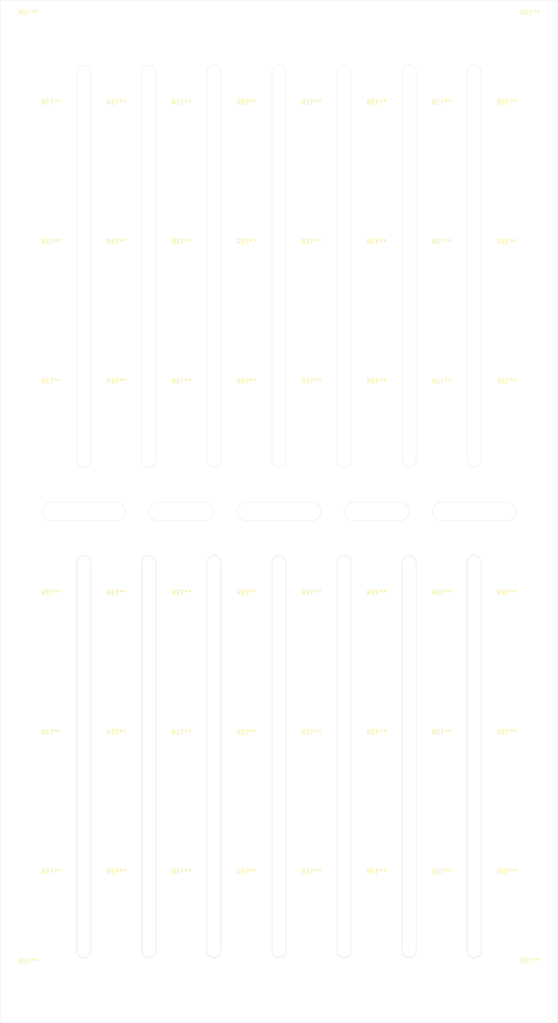
<source format=kicad_pcb>
(kicad_pcb (version 20171130) (host pcbnew "(5.1.2)-2")

  (general
    (thickness 1.6)
    (drawings 108)
    (tracks 0)
    (zones 0)
    (modules 52)
    (nets 1)
  )

  (page A3)
  (layers
    (0 F.Cu signal)
    (31 B.Cu signal hide)
    (32 B.Adhes user hide)
    (33 F.Adhes user hide)
    (34 B.Paste user hide)
    (35 F.Paste user hide)
    (36 B.SilkS user hide)
    (37 F.SilkS user hide)
    (38 B.Mask user hide)
    (39 F.Mask user hide)
    (40 Dwgs.User user hide)
    (41 Cmts.User user hide)
    (42 Eco1.User user hide)
    (43 Eco2.User user hide)
    (44 Edge.Cuts user)
    (45 Margin user hide)
    (46 B.CrtYd user hide)
    (47 F.CrtYd user)
    (48 B.Fab user hide)
    (49 F.Fab user hide)
  )

  (setup
    (last_trace_width 0.25)
    (trace_clearance 0.2)
    (zone_clearance 0.508)
    (zone_45_only no)
    (trace_min 0.2)
    (via_size 0.8)
    (via_drill 0.4)
    (via_min_size 0.4)
    (via_min_drill 0.3)
    (uvia_size 0.3)
    (uvia_drill 0.1)
    (uvias_allowed no)
    (uvia_min_size 0.2)
    (uvia_min_drill 0.1)
    (edge_width 0.05)
    (segment_width 0.2)
    (pcb_text_width 0.3)
    (pcb_text_size 1.5 1.5)
    (mod_edge_width 0.12)
    (mod_text_size 1 1)
    (mod_text_width 0.15)
    (pad_size 1.524 1.524)
    (pad_drill 0.762)
    (pad_to_mask_clearance 0.051)
    (solder_mask_min_width 0.25)
    (aux_axis_origin 0 0)
    (grid_origin 78 107.25)
    (visible_elements FFFFFF7F)
    (pcbplotparams
      (layerselection 0x010fc_ffffffff)
      (usegerberextensions false)
      (usegerberattributes false)
      (usegerberadvancedattributes false)
      (creategerberjobfile false)
      (excludeedgelayer true)
      (linewidth 0.100000)
      (plotframeref false)
      (viasonmask false)
      (mode 1)
      (useauxorigin false)
      (hpglpennumber 1)
      (hpglpenspeed 20)
      (hpglpendiameter 15.000000)
      (psnegative false)
      (psa4output false)
      (plotreference true)
      (plotvalue true)
      (plotinvisibletext false)
      (padsonsilk false)
      (subtractmaskfromsilk false)
      (outputformat 1)
      (mirror false)
      (drillshape 1)
      (scaleselection 1)
      (outputdirectory ""))
  )

  (net 0 "")

  (net_class Default "This is the default net class."
    (clearance 0.2)
    (trace_width 0.25)
    (via_dia 0.8)
    (via_drill 0.4)
    (uvia_dia 0.3)
    (uvia_drill 0.1)
  )

  (module MountingHole:MountingHole_4.3mm_M4 (layer F.Cu) (tedit 56D1B4CB) (tstamp 5DB82942)
    (at 71 212.75)
    (descr "Mounting Hole 4.3mm, no annular, M4")
    (tags "mounting hole 4.3mm no annular m4")
    (attr virtual)
    (fp_text reference REF** (at 0 -5.3) (layer F.SilkS)
      (effects (font (size 1 1) (thickness 0.15)))
    )
    (fp_text value MountingHole_4.3mm_M4 (at 0 5.3) (layer F.Fab)
      (effects (font (size 1 1) (thickness 0.15)))
    )
    (fp_text user %R (at 0.3 0) (layer F.Fab)
      (effects (font (size 1 1) (thickness 0.15)))
    )
    (fp_circle (center 0 0) (end 4.3 0) (layer Cmts.User) (width 0.15))
    (fp_circle (center 0 0) (end 4.55 0) (layer F.CrtYd) (width 0.05))
    (pad 1 np_thru_hole circle (at 0 0) (size 4.3 4.3) (drill 4.3) (layers *.Cu *.Mask))
  )

  (module MountingHole:MountingHole_4.3mm_M4 (layer F.Cu) (tedit 56D1B4CB) (tstamp 5DB8293B)
    (at 99 242.75)
    (descr "Mounting Hole 4.3mm, no annular, M4")
    (tags "mounting hole 4.3mm no annular m4")
    (attr virtual)
    (fp_text reference REF** (at 0 -5.3) (layer F.SilkS)
      (effects (font (size 1 1) (thickness 0.15)))
    )
    (fp_text value MountingHole_4.3mm_M4 (at 0 5.3) (layer F.Fab)
      (effects (font (size 1 1) (thickness 0.15)))
    )
    (fp_text user %R (at 0.3 0) (layer F.Fab)
      (effects (font (size 1 1) (thickness 0.15)))
    )
    (fp_circle (center 0 0) (end 4.3 0) (layer Cmts.User) (width 0.15))
    (fp_circle (center 0 0) (end 4.55 0) (layer F.CrtYd) (width 0.05))
    (pad 1 np_thru_hole circle (at 0 0) (size 4.3 4.3) (drill 4.3) (layers *.Cu *.Mask))
  )

  (module MountingHole:MountingHole_4.3mm_M4 (layer F.Cu) (tedit 56D1B4CB) (tstamp 5DB82934)
    (at 113 182.75)
    (descr "Mounting Hole 4.3mm, no annular, M4")
    (tags "mounting hole 4.3mm no annular m4")
    (attr virtual)
    (fp_text reference REF** (at 0 -5.3) (layer F.SilkS)
      (effects (font (size 1 1) (thickness 0.15)))
    )
    (fp_text value MountingHole_4.3mm_M4 (at 0 5.3) (layer F.Fab)
      (effects (font (size 1 1) (thickness 0.15)))
    )
    (fp_circle (center 0 0) (end 4.55 0) (layer F.CrtYd) (width 0.05))
    (fp_circle (center 0 0) (end 4.3 0) (layer Cmts.User) (width 0.15))
    (fp_text user %R (at 0.3 0) (layer F.Fab)
      (effects (font (size 1 1) (thickness 0.15)))
    )
    (pad 1 np_thru_hole circle (at 0 0) (size 4.3 4.3) (drill 4.3) (layers *.Cu *.Mask))
  )

  (module MountingHole:MountingHole_4.3mm_M4 (layer F.Cu) (tedit 56D1B4CB) (tstamp 5DB8292D)
    (at 141 182.75)
    (descr "Mounting Hole 4.3mm, no annular, M4")
    (tags "mounting hole 4.3mm no annular m4")
    (attr virtual)
    (fp_text reference REF** (at 0 -5.3) (layer F.SilkS)
      (effects (font (size 1 1) (thickness 0.15)))
    )
    (fp_text value MountingHole_4.3mm_M4 (at 0 5.3) (layer F.Fab)
      (effects (font (size 1 1) (thickness 0.15)))
    )
    (fp_circle (center 0 0) (end 4.55 0) (layer F.CrtYd) (width 0.05))
    (fp_circle (center 0 0) (end 4.3 0) (layer Cmts.User) (width 0.15))
    (fp_text user %R (at 0.3 0) (layer F.Fab)
      (effects (font (size 1 1) (thickness 0.15)))
    )
    (pad 1 np_thru_hole circle (at 0 0) (size 4.3 4.3) (drill 4.3) (layers *.Cu *.Mask))
  )

  (module MountingHole:MountingHole_4.3mm_M4 (layer F.Cu) (tedit 56D1B4CB) (tstamp 5DB82926)
    (at 169 182.75)
    (descr "Mounting Hole 4.3mm, no annular, M4")
    (tags "mounting hole 4.3mm no annular m4")
    (attr virtual)
    (fp_text reference REF** (at 0 -5.3) (layer F.SilkS)
      (effects (font (size 1 1) (thickness 0.15)))
    )
    (fp_text value MountingHole_4.3mm_M4 (at 0 5.3) (layer F.Fab)
      (effects (font (size 1 1) (thickness 0.15)))
    )
    (fp_circle (center 0 0) (end 4.55 0) (layer F.CrtYd) (width 0.05))
    (fp_circle (center 0 0) (end 4.3 0) (layer Cmts.User) (width 0.15))
    (fp_text user %R (at 0.3 0) (layer F.Fab)
      (effects (font (size 1 1) (thickness 0.15)))
    )
    (pad 1 np_thru_hole circle (at 0 0) (size 4.3 4.3) (drill 4.3) (layers *.Cu *.Mask))
  )

  (module MountingHole:MountingHole_4.3mm_M4 (layer F.Cu) (tedit 56D1B4CB) (tstamp 5DB8291F)
    (at 127 182.75)
    (descr "Mounting Hole 4.3mm, no annular, M4")
    (tags "mounting hole 4.3mm no annular m4")
    (attr virtual)
    (fp_text reference REF** (at 0 -5.3) (layer F.SilkS)
      (effects (font (size 1 1) (thickness 0.15)))
    )
    (fp_text value MountingHole_4.3mm_M4 (at 0 5.3) (layer F.Fab)
      (effects (font (size 1 1) (thickness 0.15)))
    )
    (fp_circle (center 0 0) (end 4.55 0) (layer F.CrtYd) (width 0.05))
    (fp_circle (center 0 0) (end 4.3 0) (layer Cmts.User) (width 0.15))
    (fp_text user %R (at 0.3 0) (layer F.Fab)
      (effects (font (size 1 1) (thickness 0.15)))
    )
    (pad 1 np_thru_hole circle (at 0 0) (size 4.3 4.3) (drill 4.3) (layers *.Cu *.Mask))
  )

  (module MountingHole:MountingHole_4.3mm_M4 (layer F.Cu) (tedit 56D1B4CB) (tstamp 5DB82918)
    (at 99 182.75)
    (descr "Mounting Hole 4.3mm, no annular, M4")
    (tags "mounting hole 4.3mm no annular m4")
    (attr virtual)
    (fp_text reference REF** (at 0 -5.3) (layer F.SilkS)
      (effects (font (size 1 1) (thickness 0.15)))
    )
    (fp_text value MountingHole_4.3mm_M4 (at 0 5.3) (layer F.Fab)
      (effects (font (size 1 1) (thickness 0.15)))
    )
    (fp_circle (center 0 0) (end 4.55 0) (layer F.CrtYd) (width 0.05))
    (fp_circle (center 0 0) (end 4.3 0) (layer Cmts.User) (width 0.15))
    (fp_text user %R (at 0.3 0) (layer F.Fab)
      (effects (font (size 1 1) (thickness 0.15)))
    )
    (pad 1 np_thru_hole circle (at 0 0) (size 4.3 4.3) (drill 4.3) (layers *.Cu *.Mask))
  )

  (module MountingHole:MountingHole_4.3mm_M4 (layer F.Cu) (tedit 56D1B4CB) (tstamp 5DB82911)
    (at 85 182.75)
    (descr "Mounting Hole 4.3mm, no annular, M4")
    (tags "mounting hole 4.3mm no annular m4")
    (attr virtual)
    (fp_text reference REF** (at 0 -5.3) (layer F.SilkS)
      (effects (font (size 1 1) (thickness 0.15)))
    )
    (fp_text value MountingHole_4.3mm_M4 (at 0 5.3) (layer F.Fab)
      (effects (font (size 1 1) (thickness 0.15)))
    )
    (fp_circle (center 0 0) (end 4.55 0) (layer F.CrtYd) (width 0.05))
    (fp_circle (center 0 0) (end 4.3 0) (layer Cmts.User) (width 0.15))
    (fp_text user %R (at 0.3 0) (layer F.Fab)
      (effects (font (size 1 1) (thickness 0.15)))
    )
    (pad 1 np_thru_hole circle (at 0 0) (size 4.3 4.3) (drill 4.3) (layers *.Cu *.Mask))
  )

  (module MountingHole:MountingHole_4.3mm_M4 (layer F.Cu) (tedit 56D1B4CB) (tstamp 5DB8290A)
    (at 71 242.75)
    (descr "Mounting Hole 4.3mm, no annular, M4")
    (tags "mounting hole 4.3mm no annular m4")
    (attr virtual)
    (fp_text reference REF** (at 0 -5.3) (layer F.SilkS)
      (effects (font (size 1 1) (thickness 0.15)))
    )
    (fp_text value MountingHole_4.3mm_M4 (at 0 5.3) (layer F.Fab)
      (effects (font (size 1 1) (thickness 0.15)))
    )
    (fp_circle (center 0 0) (end 4.55 0) (layer F.CrtYd) (width 0.05))
    (fp_circle (center 0 0) (end 4.3 0) (layer Cmts.User) (width 0.15))
    (fp_text user %R (at 0.3 0) (layer F.Fab)
      (effects (font (size 1 1) (thickness 0.15)))
    )
    (pad 1 np_thru_hole circle (at 0 0) (size 4.3 4.3) (drill 4.3) (layers *.Cu *.Mask))
  )

  (module MountingHole:MountingHole_4.3mm_M4 (layer F.Cu) (tedit 56D1B4CB) (tstamp 5DB82903)
    (at 99 212.75)
    (descr "Mounting Hole 4.3mm, no annular, M4")
    (tags "mounting hole 4.3mm no annular m4")
    (attr virtual)
    (fp_text reference REF** (at 0 -5.3) (layer F.SilkS)
      (effects (font (size 1 1) (thickness 0.15)))
    )
    (fp_text value MountingHole_4.3mm_M4 (at 0 5.3) (layer F.Fab)
      (effects (font (size 1 1) (thickness 0.15)))
    )
    (fp_circle (center 0 0) (end 4.55 0) (layer F.CrtYd) (width 0.05))
    (fp_circle (center 0 0) (end 4.3 0) (layer Cmts.User) (width 0.15))
    (fp_text user %R (at 0.3 0) (layer F.Fab)
      (effects (font (size 1 1) (thickness 0.15)))
    )
    (pad 1 np_thru_hole circle (at 0 0) (size 4.3 4.3) (drill 4.3) (layers *.Cu *.Mask))
  )

  (module MountingHole:MountingHole_4.3mm_M4 (layer F.Cu) (tedit 56D1B4CB) (tstamp 5DB828FC)
    (at 155 242.75)
    (descr "Mounting Hole 4.3mm, no annular, M4")
    (tags "mounting hole 4.3mm no annular m4")
    (attr virtual)
    (fp_text reference REF** (at 0 -5.3) (layer F.SilkS)
      (effects (font (size 1 1) (thickness 0.15)))
    )
    (fp_text value MountingHole_4.3mm_M4 (at 0 5.3) (layer F.Fab)
      (effects (font (size 1 1) (thickness 0.15)))
    )
    (fp_text user %R (at 0.3 0) (layer F.Fab)
      (effects (font (size 1 1) (thickness 0.15)))
    )
    (fp_circle (center 0 0) (end 4.3 0) (layer Cmts.User) (width 0.15))
    (fp_circle (center 0 0) (end 4.55 0) (layer F.CrtYd) (width 0.05))
    (pad 1 np_thru_hole circle (at 0 0) (size 4.3 4.3) (drill 4.3) (layers *.Cu *.Mask))
  )

  (module MountingHole:MountingHole_4.3mm_M4 (layer F.Cu) (tedit 56D1B4CB) (tstamp 5DB828F5)
    (at 85 212.75)
    (descr "Mounting Hole 4.3mm, no annular, M4")
    (tags "mounting hole 4.3mm no annular m4")
    (attr virtual)
    (fp_text reference REF** (at 0 -5.3) (layer F.SilkS)
      (effects (font (size 1 1) (thickness 0.15)))
    )
    (fp_text value MountingHole_4.3mm_M4 (at 0 5.3) (layer F.Fab)
      (effects (font (size 1 1) (thickness 0.15)))
    )
    (fp_circle (center 0 0) (end 4.55 0) (layer F.CrtYd) (width 0.05))
    (fp_circle (center 0 0) (end 4.3 0) (layer Cmts.User) (width 0.15))
    (fp_text user %R (at 0.3 0) (layer F.Fab)
      (effects (font (size 1 1) (thickness 0.15)))
    )
    (pad 1 np_thru_hole circle (at 0 0) (size 4.3 4.3) (drill 4.3) (layers *.Cu *.Mask))
  )

  (module MountingHole:MountingHole_4.3mm_M4 (layer F.Cu) (tedit 56D1B4CB) (tstamp 5DB828EE)
    (at 155 182.75)
    (descr "Mounting Hole 4.3mm, no annular, M4")
    (tags "mounting hole 4.3mm no annular m4")
    (attr virtual)
    (fp_text reference REF** (at 0 -5.3) (layer F.SilkS)
      (effects (font (size 1 1) (thickness 0.15)))
    )
    (fp_text value MountingHole_4.3mm_M4 (at 0 5.3) (layer F.Fab)
      (effects (font (size 1 1) (thickness 0.15)))
    )
    (fp_circle (center 0 0) (end 4.55 0) (layer F.CrtYd) (width 0.05))
    (fp_circle (center 0 0) (end 4.3 0) (layer Cmts.User) (width 0.15))
    (fp_text user %R (at 0.3 0) (layer F.Fab)
      (effects (font (size 1 1) (thickness 0.15)))
    )
    (pad 1 np_thru_hole circle (at 0 0) (size 4.3 4.3) (drill 4.3) (layers *.Cu *.Mask))
  )

  (module MountingHole:MountingHole_4.3mm_M4 (layer F.Cu) (tedit 56D1B4CB) (tstamp 5DB828E7)
    (at 169 242.75)
    (descr "Mounting Hole 4.3mm, no annular, M4")
    (tags "mounting hole 4.3mm no annular m4")
    (attr virtual)
    (fp_text reference REF** (at 0 -5.3) (layer F.SilkS)
      (effects (font (size 1 1) (thickness 0.15)))
    )
    (fp_text value MountingHole_4.3mm_M4 (at 0 5.3) (layer F.Fab)
      (effects (font (size 1 1) (thickness 0.15)))
    )
    (fp_text user %R (at 0.3 0) (layer F.Fab)
      (effects (font (size 1 1) (thickness 0.15)))
    )
    (fp_circle (center 0 0) (end 4.3 0) (layer Cmts.User) (width 0.15))
    (fp_circle (center 0 0) (end 4.55 0) (layer F.CrtYd) (width 0.05))
    (pad 1 np_thru_hole circle (at 0 0) (size 4.3 4.3) (drill 4.3) (layers *.Cu *.Mask))
  )

  (module MountingHole:MountingHole_4.3mm_M4 (layer F.Cu) (tedit 56D1B4CB) (tstamp 5DB828E0)
    (at 71 182.75)
    (descr "Mounting Hole 4.3mm, no annular, M4")
    (tags "mounting hole 4.3mm no annular m4")
    (attr virtual)
    (fp_text reference REF** (at 0 -5.3) (layer F.SilkS)
      (effects (font (size 1 1) (thickness 0.15)))
    )
    (fp_text value MountingHole_4.3mm_M4 (at 0 5.3) (layer F.Fab)
      (effects (font (size 1 1) (thickness 0.15)))
    )
    (fp_text user %R (at 0.3 0) (layer F.Fab)
      (effects (font (size 1 1) (thickness 0.15)))
    )
    (fp_circle (center 0 0) (end 4.3 0) (layer Cmts.User) (width 0.15))
    (fp_circle (center 0 0) (end 4.55 0) (layer F.CrtYd) (width 0.05))
    (pad 1 np_thru_hole circle (at 0 0) (size 4.3 4.3) (drill 4.3) (layers *.Cu *.Mask))
  )

  (module MountingHole:MountingHole_4.3mm_M4 (layer F.Cu) (tedit 56D1B4CB) (tstamp 5DB828D9)
    (at 85 242.75)
    (descr "Mounting Hole 4.3mm, no annular, M4")
    (tags "mounting hole 4.3mm no annular m4")
    (attr virtual)
    (fp_text reference REF** (at 0 -5.3) (layer F.SilkS)
      (effects (font (size 1 1) (thickness 0.15)))
    )
    (fp_text value MountingHole_4.3mm_M4 (at 0 5.3) (layer F.Fab)
      (effects (font (size 1 1) (thickness 0.15)))
    )
    (fp_text user %R (at 0.3 0) (layer F.Fab)
      (effects (font (size 1 1) (thickness 0.15)))
    )
    (fp_circle (center 0 0) (end 4.3 0) (layer Cmts.User) (width 0.15))
    (fp_circle (center 0 0) (end 4.55 0) (layer F.CrtYd) (width 0.05))
    (pad 1 np_thru_hole circle (at 0 0) (size 4.3 4.3) (drill 4.3) (layers *.Cu *.Mask))
  )

  (module MountingHole:MountingHole_4.3mm_M4 (layer F.Cu) (tedit 56D1B4CB) (tstamp 5DB828D2)
    (at 141 242.75)
    (descr "Mounting Hole 4.3mm, no annular, M4")
    (tags "mounting hole 4.3mm no annular m4")
    (attr virtual)
    (fp_text reference REF** (at 0 -5.3) (layer F.SilkS)
      (effects (font (size 1 1) (thickness 0.15)))
    )
    (fp_text value MountingHole_4.3mm_M4 (at 0 5.3) (layer F.Fab)
      (effects (font (size 1 1) (thickness 0.15)))
    )
    (fp_text user %R (at 0.3 0) (layer F.Fab)
      (effects (font (size 1 1) (thickness 0.15)))
    )
    (fp_circle (center 0 0) (end 4.3 0) (layer Cmts.User) (width 0.15))
    (fp_circle (center 0 0) (end 4.55 0) (layer F.CrtYd) (width 0.05))
    (pad 1 np_thru_hole circle (at 0 0) (size 4.3 4.3) (drill 4.3) (layers *.Cu *.Mask))
  )

  (module MountingHole:MountingHole_4.3mm_M4 (layer F.Cu) (tedit 56D1B4CB) (tstamp 5DB828CB)
    (at 127 242.75)
    (descr "Mounting Hole 4.3mm, no annular, M4")
    (tags "mounting hole 4.3mm no annular m4")
    (attr virtual)
    (fp_text reference REF** (at 0 -5.3) (layer F.SilkS)
      (effects (font (size 1 1) (thickness 0.15)))
    )
    (fp_text value MountingHole_4.3mm_M4 (at 0 5.3) (layer F.Fab)
      (effects (font (size 1 1) (thickness 0.15)))
    )
    (fp_text user %R (at 0.3 0) (layer F.Fab)
      (effects (font (size 1 1) (thickness 0.15)))
    )
    (fp_circle (center 0 0) (end 4.3 0) (layer Cmts.User) (width 0.15))
    (fp_circle (center 0 0) (end 4.55 0) (layer F.CrtYd) (width 0.05))
    (pad 1 np_thru_hole circle (at 0 0) (size 4.3 4.3) (drill 4.3) (layers *.Cu *.Mask))
  )

  (module MountingHole:MountingHole_4.3mm_M4 (layer F.Cu) (tedit 56D1B4CB) (tstamp 5DB828C4)
    (at 113 242.75)
    (descr "Mounting Hole 4.3mm, no annular, M4")
    (tags "mounting hole 4.3mm no annular m4")
    (attr virtual)
    (fp_text reference REF** (at 0 -5.3) (layer F.SilkS)
      (effects (font (size 1 1) (thickness 0.15)))
    )
    (fp_text value MountingHole_4.3mm_M4 (at 0 5.3) (layer F.Fab)
      (effects (font (size 1 1) (thickness 0.15)))
    )
    (fp_text user %R (at 0.3 0) (layer F.Fab)
      (effects (font (size 1 1) (thickness 0.15)))
    )
    (fp_circle (center 0 0) (end 4.3 0) (layer Cmts.User) (width 0.15))
    (fp_circle (center 0 0) (end 4.55 0) (layer F.CrtYd) (width 0.05))
    (pad 1 np_thru_hole circle (at 0 0) (size 4.3 4.3) (drill 4.3) (layers *.Cu *.Mask))
  )

  (module MountingHole:MountingHole_4.3mm_M4 (layer F.Cu) (tedit 56D1B4CB) (tstamp 5DB828AD)
    (at 127 212.75)
    (descr "Mounting Hole 4.3mm, no annular, M4")
    (tags "mounting hole 4.3mm no annular m4")
    (attr virtual)
    (fp_text reference REF** (at 0 -5.3) (layer F.SilkS)
      (effects (font (size 1 1) (thickness 0.15)))
    )
    (fp_text value MountingHole_4.3mm_M4 (at 0 5.3) (layer F.Fab)
      (effects (font (size 1 1) (thickness 0.15)))
    )
    (fp_circle (center 0 0) (end 4.55 0) (layer F.CrtYd) (width 0.05))
    (fp_circle (center 0 0) (end 4.3 0) (layer Cmts.User) (width 0.15))
    (fp_text user %R (at 0.3 0) (layer F.Fab)
      (effects (font (size 1 1) (thickness 0.15)))
    )
    (pad 1 np_thru_hole circle (at 0 0) (size 4.3 4.3) (drill 4.3) (layers *.Cu *.Mask))
  )

  (module MountingHole:MountingHole_4.3mm_M4 (layer F.Cu) (tedit 56D1B4CB) (tstamp 5DB828A6)
    (at 169 212.75)
    (descr "Mounting Hole 4.3mm, no annular, M4")
    (tags "mounting hole 4.3mm no annular m4")
    (attr virtual)
    (fp_text reference REF** (at 0 -5.3) (layer F.SilkS)
      (effects (font (size 1 1) (thickness 0.15)))
    )
    (fp_text value MountingHole_4.3mm_M4 (at 0 5.3) (layer F.Fab)
      (effects (font (size 1 1) (thickness 0.15)))
    )
    (fp_circle (center 0 0) (end 4.55 0) (layer F.CrtYd) (width 0.05))
    (fp_circle (center 0 0) (end 4.3 0) (layer Cmts.User) (width 0.15))
    (fp_text user %R (at 0.3 0) (layer F.Fab)
      (effects (font (size 1 1) (thickness 0.15)))
    )
    (pad 1 np_thru_hole circle (at 0 0) (size 4.3 4.3) (drill 4.3) (layers *.Cu *.Mask))
  )

  (module MountingHole:MountingHole_4.3mm_M4 (layer F.Cu) (tedit 56D1B4CB) (tstamp 5DB8289F)
    (at 113 212.75)
    (descr "Mounting Hole 4.3mm, no annular, M4")
    (tags "mounting hole 4.3mm no annular m4")
    (attr virtual)
    (fp_text reference REF** (at 0 -5.3) (layer F.SilkS)
      (effects (font (size 1 1) (thickness 0.15)))
    )
    (fp_text value MountingHole_4.3mm_M4 (at 0 5.3) (layer F.Fab)
      (effects (font (size 1 1) (thickness 0.15)))
    )
    (fp_circle (center 0 0) (end 4.55 0) (layer F.CrtYd) (width 0.05))
    (fp_circle (center 0 0) (end 4.3 0) (layer Cmts.User) (width 0.15))
    (fp_text user %R (at 0.3 0) (layer F.Fab)
      (effects (font (size 1 1) (thickness 0.15)))
    )
    (pad 1 np_thru_hole circle (at 0 0) (size 4.3 4.3) (drill 4.3) (layers *.Cu *.Mask))
  )

  (module MountingHole:MountingHole_4.3mm_M4 (layer F.Cu) (tedit 56D1B4CB) (tstamp 5DB82898)
    (at 155 212.75)
    (descr "Mounting Hole 4.3mm, no annular, M4")
    (tags "mounting hole 4.3mm no annular m4")
    (attr virtual)
    (fp_text reference REF** (at 0 -5.3) (layer F.SilkS)
      (effects (font (size 1 1) (thickness 0.15)))
    )
    (fp_text value MountingHole_4.3mm_M4 (at 0 5.3) (layer F.Fab)
      (effects (font (size 1 1) (thickness 0.15)))
    )
    (fp_circle (center 0 0) (end 4.55 0) (layer F.CrtYd) (width 0.05))
    (fp_circle (center 0 0) (end 4.3 0) (layer Cmts.User) (width 0.15))
    (fp_text user %R (at 0.3 0) (layer F.Fab)
      (effects (font (size 1 1) (thickness 0.15)))
    )
    (pad 1 np_thru_hole circle (at 0 0) (size 4.3 4.3) (drill 4.3) (layers *.Cu *.Mask))
  )

  (module MountingHole:MountingHole_4.3mm_M4 (layer F.Cu) (tedit 56D1B4CB) (tstamp 5DB82891)
    (at 141 212.75)
    (descr "Mounting Hole 4.3mm, no annular, M4")
    (tags "mounting hole 4.3mm no annular m4")
    (attr virtual)
    (fp_text reference REF** (at 0 -5.3) (layer F.SilkS)
      (effects (font (size 1 1) (thickness 0.15)))
    )
    (fp_text value MountingHole_4.3mm_M4 (at 0 5.3) (layer F.Fab)
      (effects (font (size 1 1) (thickness 0.15)))
    )
    (fp_circle (center 0 0) (end 4.55 0) (layer F.CrtYd) (width 0.05))
    (fp_circle (center 0 0) (end 4.3 0) (layer Cmts.User) (width 0.15))
    (fp_text user %R (at 0.3 0) (layer F.Fab)
      (effects (font (size 1 1) (thickness 0.15)))
    )
    (pad 1 np_thru_hole circle (at 0 0) (size 4.3 4.3) (drill 4.3) (layers *.Cu *.Mask))
  )

  (module MountingHole:MountingHole_4.3mm_M4 (layer F.Cu) (tedit 56D1B4CB) (tstamp 5DB8286D)
    (at 169 107.25)
    (descr "Mounting Hole 4.3mm, no annular, M4")
    (tags "mounting hole 4.3mm no annular m4")
    (attr virtual)
    (fp_text reference REF** (at 0 -5.3) (layer F.SilkS)
      (effects (font (size 1 1) (thickness 0.15)))
    )
    (fp_text value MountingHole_4.3mm_M4 (at 0 5.3) (layer F.Fab)
      (effects (font (size 1 1) (thickness 0.15)))
    )
    (fp_text user %R (at 0.3 0) (layer F.Fab)
      (effects (font (size 1 1) (thickness 0.15)))
    )
    (fp_circle (center 0 0) (end 4.3 0) (layer Cmts.User) (width 0.15))
    (fp_circle (center 0 0) (end 4.55 0) (layer F.CrtYd) (width 0.05))
    (pad 1 np_thru_hole circle (at 0 0) (size 4.3 4.3) (drill 4.3) (layers *.Cu *.Mask))
  )

  (module MountingHole:MountingHole_4.3mm_M4 (layer F.Cu) (tedit 56D1B4CB) (tstamp 5DB8285F)
    (at 155 107.25)
    (descr "Mounting Hole 4.3mm, no annular, M4")
    (tags "mounting hole 4.3mm no annular m4")
    (attr virtual)
    (fp_text reference REF** (at 0 -5.3) (layer F.SilkS)
      (effects (font (size 1 1) (thickness 0.15)))
    )
    (fp_text value MountingHole_4.3mm_M4 (at 0 5.3) (layer F.Fab)
      (effects (font (size 1 1) (thickness 0.15)))
    )
    (fp_text user %R (at 0.3 0) (layer F.Fab)
      (effects (font (size 1 1) (thickness 0.15)))
    )
    (fp_circle (center 0 0) (end 4.3 0) (layer Cmts.User) (width 0.15))
    (fp_circle (center 0 0) (end 4.55 0) (layer F.CrtYd) (width 0.05))
    (pad 1 np_thru_hole circle (at 0 0) (size 4.3 4.3) (drill 4.3) (layers *.Cu *.Mask))
  )

  (module MountingHole:MountingHole_4.3mm_M4 (layer F.Cu) (tedit 56D1B4CB) (tstamp 5DB82851)
    (at 141 107.25)
    (descr "Mounting Hole 4.3mm, no annular, M4")
    (tags "mounting hole 4.3mm no annular m4")
    (attr virtual)
    (fp_text reference REF** (at 0 -5.3) (layer F.SilkS)
      (effects (font (size 1 1) (thickness 0.15)))
    )
    (fp_text value MountingHole_4.3mm_M4 (at 0 5.3) (layer F.Fab)
      (effects (font (size 1 1) (thickness 0.15)))
    )
    (fp_text user %R (at 0.3 0) (layer F.Fab)
      (effects (font (size 1 1) (thickness 0.15)))
    )
    (fp_circle (center 0 0) (end 4.3 0) (layer Cmts.User) (width 0.15))
    (fp_circle (center 0 0) (end 4.55 0) (layer F.CrtYd) (width 0.05))
    (pad 1 np_thru_hole circle (at 0 0) (size 4.3 4.3) (drill 4.3) (layers *.Cu *.Mask))
  )

  (module MountingHole:MountingHole_4.3mm_M4 (layer F.Cu) (tedit 56D1B4CB) (tstamp 5DB82843)
    (at 127 107.25)
    (descr "Mounting Hole 4.3mm, no annular, M4")
    (tags "mounting hole 4.3mm no annular m4")
    (attr virtual)
    (fp_text reference REF** (at 0 -5.3) (layer F.SilkS)
      (effects (font (size 1 1) (thickness 0.15)))
    )
    (fp_text value MountingHole_4.3mm_M4 (at 0 5.3) (layer F.Fab)
      (effects (font (size 1 1) (thickness 0.15)))
    )
    (fp_text user %R (at 0.3 0) (layer F.Fab)
      (effects (font (size 1 1) (thickness 0.15)))
    )
    (fp_circle (center 0 0) (end 4.3 0) (layer Cmts.User) (width 0.15))
    (fp_circle (center 0 0) (end 4.55 0) (layer F.CrtYd) (width 0.05))
    (pad 1 np_thru_hole circle (at 0 0) (size 4.3 4.3) (drill 4.3) (layers *.Cu *.Mask))
  )

  (module MountingHole:MountingHole_4.3mm_M4 (layer F.Cu) (tedit 56D1B4CB) (tstamp 5DB82835)
    (at 113 107.25)
    (descr "Mounting Hole 4.3mm, no annular, M4")
    (tags "mounting hole 4.3mm no annular m4")
    (attr virtual)
    (fp_text reference REF** (at 0 -5.3) (layer F.SilkS)
      (effects (font (size 1 1) (thickness 0.15)))
    )
    (fp_text value MountingHole_4.3mm_M4 (at 0 5.3) (layer F.Fab)
      (effects (font (size 1 1) (thickness 0.15)))
    )
    (fp_text user %R (at 0.3 0) (layer F.Fab)
      (effects (font (size 1 1) (thickness 0.15)))
    )
    (fp_circle (center 0 0) (end 4.3 0) (layer Cmts.User) (width 0.15))
    (fp_circle (center 0 0) (end 4.55 0) (layer F.CrtYd) (width 0.05))
    (pad 1 np_thru_hole circle (at 0 0) (size 4.3 4.3) (drill 4.3) (layers *.Cu *.Mask))
  )

  (module MountingHole:MountingHole_4.3mm_M4 (layer F.Cu) (tedit 56D1B4CB) (tstamp 5DB82827)
    (at 99 107.25)
    (descr "Mounting Hole 4.3mm, no annular, M4")
    (tags "mounting hole 4.3mm no annular m4")
    (attr virtual)
    (fp_text reference REF** (at 0 -5.3) (layer F.SilkS)
      (effects (font (size 1 1) (thickness 0.15)))
    )
    (fp_text value MountingHole_4.3mm_M4 (at 0 5.3) (layer F.Fab)
      (effects (font (size 1 1) (thickness 0.15)))
    )
    (fp_text user %R (at 0.3 0) (layer F.Fab)
      (effects (font (size 1 1) (thickness 0.15)))
    )
    (fp_circle (center 0 0) (end 4.3 0) (layer Cmts.User) (width 0.15))
    (fp_circle (center 0 0) (end 4.55 0) (layer F.CrtYd) (width 0.05))
    (pad 1 np_thru_hole circle (at 0 0) (size 4.3 4.3) (drill 4.3) (layers *.Cu *.Mask))
  )

  (module MountingHole:MountingHole_4.3mm_M4 (layer F.Cu) (tedit 56D1B4CB) (tstamp 5DB82819)
    (at 85 107.25)
    (descr "Mounting Hole 4.3mm, no annular, M4")
    (tags "mounting hole 4.3mm no annular m4")
    (attr virtual)
    (fp_text reference REF** (at 0 -5.3) (layer F.SilkS)
      (effects (font (size 1 1) (thickness 0.15)))
    )
    (fp_text value MountingHole_4.3mm_M4 (at 0 5.3) (layer F.Fab)
      (effects (font (size 1 1) (thickness 0.15)))
    )
    (fp_text user %R (at 0.3 0) (layer F.Fab)
      (effects (font (size 1 1) (thickness 0.15)))
    )
    (fp_circle (center 0 0) (end 4.3 0) (layer Cmts.User) (width 0.15))
    (fp_circle (center 0 0) (end 4.55 0) (layer F.CrtYd) (width 0.05))
    (pad 1 np_thru_hole circle (at 0 0) (size 4.3 4.3) (drill 4.3) (layers *.Cu *.Mask))
  )

  (module MountingHole:MountingHole_4.3mm_M4 (layer F.Cu) (tedit 56D1B4CB) (tstamp 5DB82804)
    (at 169 137.25)
    (descr "Mounting Hole 4.3mm, no annular, M4")
    (tags "mounting hole 4.3mm no annular m4")
    (attr virtual)
    (fp_text reference REF** (at 0 -5.3) (layer F.SilkS)
      (effects (font (size 1 1) (thickness 0.15)))
    )
    (fp_text value MountingHole_4.3mm_M4 (at 0 5.3) (layer F.Fab)
      (effects (font (size 1 1) (thickness 0.15)))
    )
    (fp_circle (center 0 0) (end 4.55 0) (layer F.CrtYd) (width 0.05))
    (fp_circle (center 0 0) (end 4.3 0) (layer Cmts.User) (width 0.15))
    (fp_text user %R (at 0.3 0) (layer F.Fab)
      (effects (font (size 1 1) (thickness 0.15)))
    )
    (pad 1 np_thru_hole circle (at 0 0) (size 4.3 4.3) (drill 4.3) (layers *.Cu *.Mask))
  )

  (module MountingHole:MountingHole_4.3mm_M4 (layer F.Cu) (tedit 56D1B4CB) (tstamp 5DB827F6)
    (at 155 137.25)
    (descr "Mounting Hole 4.3mm, no annular, M4")
    (tags "mounting hole 4.3mm no annular m4")
    (attr virtual)
    (fp_text reference REF** (at 0 -5.3) (layer F.SilkS)
      (effects (font (size 1 1) (thickness 0.15)))
    )
    (fp_text value MountingHole_4.3mm_M4 (at 0 5.3) (layer F.Fab)
      (effects (font (size 1 1) (thickness 0.15)))
    )
    (fp_circle (center 0 0) (end 4.55 0) (layer F.CrtYd) (width 0.05))
    (fp_circle (center 0 0) (end 4.3 0) (layer Cmts.User) (width 0.15))
    (fp_text user %R (at 0.3 0) (layer F.Fab)
      (effects (font (size 1 1) (thickness 0.15)))
    )
    (pad 1 np_thru_hole circle (at 0 0) (size 4.3 4.3) (drill 4.3) (layers *.Cu *.Mask))
  )

  (module MountingHole:MountingHole_4.3mm_M4 (layer F.Cu) (tedit 56D1B4CB) (tstamp 5DB827E8)
    (at 141 137.25)
    (descr "Mounting Hole 4.3mm, no annular, M4")
    (tags "mounting hole 4.3mm no annular m4")
    (attr virtual)
    (fp_text reference REF** (at 0 -5.3) (layer F.SilkS)
      (effects (font (size 1 1) (thickness 0.15)))
    )
    (fp_text value MountingHole_4.3mm_M4 (at 0 5.3) (layer F.Fab)
      (effects (font (size 1 1) (thickness 0.15)))
    )
    (fp_circle (center 0 0) (end 4.55 0) (layer F.CrtYd) (width 0.05))
    (fp_circle (center 0 0) (end 4.3 0) (layer Cmts.User) (width 0.15))
    (fp_text user %R (at 0.3 0) (layer F.Fab)
      (effects (font (size 1 1) (thickness 0.15)))
    )
    (pad 1 np_thru_hole circle (at 0 0) (size 4.3 4.3) (drill 4.3) (layers *.Cu *.Mask))
  )

  (module MountingHole:MountingHole_4.3mm_M4 (layer F.Cu) (tedit 56D1B4CB) (tstamp 5DB827DA)
    (at 127 137.25)
    (descr "Mounting Hole 4.3mm, no annular, M4")
    (tags "mounting hole 4.3mm no annular m4")
    (attr virtual)
    (fp_text reference REF** (at 0 -5.3) (layer F.SilkS)
      (effects (font (size 1 1) (thickness 0.15)))
    )
    (fp_text value MountingHole_4.3mm_M4 (at 0 5.3) (layer F.Fab)
      (effects (font (size 1 1) (thickness 0.15)))
    )
    (fp_circle (center 0 0) (end 4.55 0) (layer F.CrtYd) (width 0.05))
    (fp_circle (center 0 0) (end 4.3 0) (layer Cmts.User) (width 0.15))
    (fp_text user %R (at 0.3 0) (layer F.Fab)
      (effects (font (size 1 1) (thickness 0.15)))
    )
    (pad 1 np_thru_hole circle (at 0 0) (size 4.3 4.3) (drill 4.3) (layers *.Cu *.Mask))
  )

  (module MountingHole:MountingHole_4.3mm_M4 (layer F.Cu) (tedit 56D1B4CB) (tstamp 5DB827CC)
    (at 113 137.25)
    (descr "Mounting Hole 4.3mm, no annular, M4")
    (tags "mounting hole 4.3mm no annular m4")
    (attr virtual)
    (fp_text reference REF** (at 0 -5.3) (layer F.SilkS)
      (effects (font (size 1 1) (thickness 0.15)))
    )
    (fp_text value MountingHole_4.3mm_M4 (at 0 5.3) (layer F.Fab)
      (effects (font (size 1 1) (thickness 0.15)))
    )
    (fp_circle (center 0 0) (end 4.55 0) (layer F.CrtYd) (width 0.05))
    (fp_circle (center 0 0) (end 4.3 0) (layer Cmts.User) (width 0.15))
    (fp_text user %R (at 0.3 0) (layer F.Fab)
      (effects (font (size 1 1) (thickness 0.15)))
    )
    (pad 1 np_thru_hole circle (at 0 0) (size 4.3 4.3) (drill 4.3) (layers *.Cu *.Mask))
  )

  (module MountingHole:MountingHole_4.3mm_M4 (layer F.Cu) (tedit 56D1B4CB) (tstamp 5DB827BE)
    (at 99 137.25)
    (descr "Mounting Hole 4.3mm, no annular, M4")
    (tags "mounting hole 4.3mm no annular m4")
    (attr virtual)
    (fp_text reference REF** (at 0 -5.3) (layer F.SilkS)
      (effects (font (size 1 1) (thickness 0.15)))
    )
    (fp_text value MountingHole_4.3mm_M4 (at 0 5.3) (layer F.Fab)
      (effects (font (size 1 1) (thickness 0.15)))
    )
    (fp_circle (center 0 0) (end 4.55 0) (layer F.CrtYd) (width 0.05))
    (fp_circle (center 0 0) (end 4.3 0) (layer Cmts.User) (width 0.15))
    (fp_text user %R (at 0.3 0) (layer F.Fab)
      (effects (font (size 1 1) (thickness 0.15)))
    )
    (pad 1 np_thru_hole circle (at 0 0) (size 4.3 4.3) (drill 4.3) (layers *.Cu *.Mask))
  )

  (module MountingHole:MountingHole_4.3mm_M4 (layer F.Cu) (tedit 56D1B4CB) (tstamp 5DB827B0)
    (at 85 137.25)
    (descr "Mounting Hole 4.3mm, no annular, M4")
    (tags "mounting hole 4.3mm no annular m4")
    (attr virtual)
    (fp_text reference REF** (at 0 -5.3) (layer F.SilkS)
      (effects (font (size 1 1) (thickness 0.15)))
    )
    (fp_text value MountingHole_4.3mm_M4 (at 0 5.3) (layer F.Fab)
      (effects (font (size 1 1) (thickness 0.15)))
    )
    (fp_circle (center 0 0) (end 4.55 0) (layer F.CrtYd) (width 0.05))
    (fp_circle (center 0 0) (end 4.3 0) (layer Cmts.User) (width 0.15))
    (fp_text user %R (at 0.3 0) (layer F.Fab)
      (effects (font (size 1 1) (thickness 0.15)))
    )
    (pad 1 np_thru_hole circle (at 0 0) (size 4.3 4.3) (drill 4.3) (layers *.Cu *.Mask))
  )

  (module MountingHole:MountingHole_4.3mm_M4 (layer F.Cu) (tedit 56D1B4CB) (tstamp 5DB8279B)
    (at 169 77.25)
    (descr "Mounting Hole 4.3mm, no annular, M4")
    (tags "mounting hole 4.3mm no annular m4")
    (attr virtual)
    (fp_text reference REF** (at 0 -5.3) (layer F.SilkS)
      (effects (font (size 1 1) (thickness 0.15)))
    )
    (fp_text value MountingHole_4.3mm_M4 (at 0 5.3) (layer F.Fab)
      (effects (font (size 1 1) (thickness 0.15)))
    )
    (fp_text user %R (at 0.3 0) (layer F.Fab)
      (effects (font (size 1 1) (thickness 0.15)))
    )
    (fp_circle (center 0 0) (end 4.3 0) (layer Cmts.User) (width 0.15))
    (fp_circle (center 0 0) (end 4.55 0) (layer F.CrtYd) (width 0.05))
    (pad 1 np_thru_hole circle (at 0 0) (size 4.3 4.3) (drill 4.3) (layers *.Cu *.Mask))
  )

  (module MountingHole:MountingHole_4.3mm_M4 (layer F.Cu) (tedit 56D1B4CB) (tstamp 5DB8278D)
    (at 155 77.25)
    (descr "Mounting Hole 4.3mm, no annular, M4")
    (tags "mounting hole 4.3mm no annular m4")
    (attr virtual)
    (fp_text reference REF** (at 0 -5.3) (layer F.SilkS)
      (effects (font (size 1 1) (thickness 0.15)))
    )
    (fp_text value MountingHole_4.3mm_M4 (at 0 5.3) (layer F.Fab)
      (effects (font (size 1 1) (thickness 0.15)))
    )
    (fp_text user %R (at 0.3 0) (layer F.Fab)
      (effects (font (size 1 1) (thickness 0.15)))
    )
    (fp_circle (center 0 0) (end 4.3 0) (layer Cmts.User) (width 0.15))
    (fp_circle (center 0 0) (end 4.55 0) (layer F.CrtYd) (width 0.05))
    (pad 1 np_thru_hole circle (at 0 0) (size 4.3 4.3) (drill 4.3) (layers *.Cu *.Mask))
  )

  (module MountingHole:MountingHole_4.3mm_M4 (layer F.Cu) (tedit 56D1B4CB) (tstamp 5DB8277F)
    (at 141 77.25)
    (descr "Mounting Hole 4.3mm, no annular, M4")
    (tags "mounting hole 4.3mm no annular m4")
    (attr virtual)
    (fp_text reference REF** (at 0 -5.3) (layer F.SilkS)
      (effects (font (size 1 1) (thickness 0.15)))
    )
    (fp_text value MountingHole_4.3mm_M4 (at 0 5.3) (layer F.Fab)
      (effects (font (size 1 1) (thickness 0.15)))
    )
    (fp_text user %R (at 0.3 0) (layer F.Fab)
      (effects (font (size 1 1) (thickness 0.15)))
    )
    (fp_circle (center 0 0) (end 4.3 0) (layer Cmts.User) (width 0.15))
    (fp_circle (center 0 0) (end 4.55 0) (layer F.CrtYd) (width 0.05))
    (pad 1 np_thru_hole circle (at 0 0) (size 4.3 4.3) (drill 4.3) (layers *.Cu *.Mask))
  )

  (module MountingHole:MountingHole_4.3mm_M4 (layer F.Cu) (tedit 56D1B4CB) (tstamp 5DB82771)
    (at 127 77.25)
    (descr "Mounting Hole 4.3mm, no annular, M4")
    (tags "mounting hole 4.3mm no annular m4")
    (attr virtual)
    (fp_text reference REF** (at 0 -5.3) (layer F.SilkS)
      (effects (font (size 1 1) (thickness 0.15)))
    )
    (fp_text value MountingHole_4.3mm_M4 (at 0 5.3) (layer F.Fab)
      (effects (font (size 1 1) (thickness 0.15)))
    )
    (fp_text user %R (at 0.3 0) (layer F.Fab)
      (effects (font (size 1 1) (thickness 0.15)))
    )
    (fp_circle (center 0 0) (end 4.3 0) (layer Cmts.User) (width 0.15))
    (fp_circle (center 0 0) (end 4.55 0) (layer F.CrtYd) (width 0.05))
    (pad 1 np_thru_hole circle (at 0 0) (size 4.3 4.3) (drill 4.3) (layers *.Cu *.Mask))
  )

  (module MountingHole:MountingHole_4.3mm_M4 (layer F.Cu) (tedit 56D1B4CB) (tstamp 5DB82763)
    (at 113 77.25)
    (descr "Mounting Hole 4.3mm, no annular, M4")
    (tags "mounting hole 4.3mm no annular m4")
    (attr virtual)
    (fp_text reference REF** (at 0 -5.3) (layer F.SilkS)
      (effects (font (size 1 1) (thickness 0.15)))
    )
    (fp_text value MountingHole_4.3mm_M4 (at 0 5.3) (layer F.Fab)
      (effects (font (size 1 1) (thickness 0.15)))
    )
    (fp_text user %R (at 0.3 0) (layer F.Fab)
      (effects (font (size 1 1) (thickness 0.15)))
    )
    (fp_circle (center 0 0) (end 4.3 0) (layer Cmts.User) (width 0.15))
    (fp_circle (center 0 0) (end 4.55 0) (layer F.CrtYd) (width 0.05))
    (pad 1 np_thru_hole circle (at 0 0) (size 4.3 4.3) (drill 4.3) (layers *.Cu *.Mask))
  )

  (module MountingHole:MountingHole_4.3mm_M4 (layer F.Cu) (tedit 56D1B4CB) (tstamp 5DB82755)
    (at 99 77.25)
    (descr "Mounting Hole 4.3mm, no annular, M4")
    (tags "mounting hole 4.3mm no annular m4")
    (attr virtual)
    (fp_text reference REF** (at 0 -5.3) (layer F.SilkS)
      (effects (font (size 1 1) (thickness 0.15)))
    )
    (fp_text value MountingHole_4.3mm_M4 (at 0 5.3) (layer F.Fab)
      (effects (font (size 1 1) (thickness 0.15)))
    )
    (fp_text user %R (at 0.3 0) (layer F.Fab)
      (effects (font (size 1 1) (thickness 0.15)))
    )
    (fp_circle (center 0 0) (end 4.3 0) (layer Cmts.User) (width 0.15))
    (fp_circle (center 0 0) (end 4.55 0) (layer F.CrtYd) (width 0.05))
    (pad 1 np_thru_hole circle (at 0 0) (size 4.3 4.3) (drill 4.3) (layers *.Cu *.Mask))
  )

  (module MountingHole:MountingHole_4.3mm_M4 (layer F.Cu) (tedit 56D1B4CB) (tstamp 5DB82747)
    (at 85 77.25)
    (descr "Mounting Hole 4.3mm, no annular, M4")
    (tags "mounting hole 4.3mm no annular m4")
    (attr virtual)
    (fp_text reference REF** (at 0 -5.3) (layer F.SilkS)
      (effects (font (size 1 1) (thickness 0.15)))
    )
    (fp_text value MountingHole_4.3mm_M4 (at 0 5.3) (layer F.Fab)
      (effects (font (size 1 1) (thickness 0.15)))
    )
    (fp_text user %R (at 0.3 0) (layer F.Fab)
      (effects (font (size 1 1) (thickness 0.15)))
    )
    (fp_circle (center 0 0) (end 4.3 0) (layer Cmts.User) (width 0.15))
    (fp_circle (center 0 0) (end 4.55 0) (layer F.CrtYd) (width 0.05))
    (pad 1 np_thru_hole circle (at 0 0) (size 4.3 4.3) (drill 4.3) (layers *.Cu *.Mask))
  )

  (module MountingHole:MountingHole_4.3mm_M4 (layer F.Cu) (tedit 56D1B4CB) (tstamp 5DB82727)
    (at 71 137.25)
    (descr "Mounting Hole 4.3mm, no annular, M4")
    (tags "mounting hole 4.3mm no annular m4")
    (attr virtual)
    (fp_text reference REF** (at 0 -5.3) (layer F.SilkS)
      (effects (font (size 1 1) (thickness 0.15)))
    )
    (fp_text value MountingHole_4.3mm_M4 (at 0 5.3) (layer F.Fab)
      (effects (font (size 1 1) (thickness 0.15)))
    )
    (fp_text user %R (at 0.3 0) (layer F.Fab)
      (effects (font (size 1 1) (thickness 0.15)))
    )
    (fp_circle (center 0 0) (end 4.3 0) (layer Cmts.User) (width 0.15))
    (fp_circle (center 0 0) (end 4.55 0) (layer F.CrtYd) (width 0.05))
    (pad 1 np_thru_hole circle (at 0 0) (size 4.3 4.3) (drill 4.3) (layers *.Cu *.Mask))
  )

  (module MountingHole:MountingHole_4.3mm_M4 (layer F.Cu) (tedit 56D1B4CB) (tstamp 5DB826F2)
    (at 71 77.25)
    (descr "Mounting Hole 4.3mm, no annular, M4")
    (tags "mounting hole 4.3mm no annular m4")
    (attr virtual)
    (fp_text reference REF** (at 0 -5.3) (layer F.SilkS)
      (effects (font (size 1 1) (thickness 0.15)))
    )
    (fp_text value MountingHole_4.3mm_M4 (at 0 5.3) (layer F.Fab)
      (effects (font (size 1 1) (thickness 0.15)))
    )
    (fp_circle (center 0 0) (end 4.55 0) (layer F.CrtYd) (width 0.05))
    (fp_circle (center 0 0) (end 4.3 0) (layer Cmts.User) (width 0.15))
    (fp_text user %R (at 0.3 0) (layer F.Fab)
      (effects (font (size 1 1) (thickness 0.15)))
    )
    (pad 1 np_thru_hole circle (at 0 0) (size 4.3 4.3) (drill 4.3) (layers *.Cu *.Mask))
  )

  (module MountingHole:MountingHole_4.3mm_M4 (layer F.Cu) (tedit 56D1B4CB) (tstamp 5DB826D5)
    (at 71 107.25)
    (descr "Mounting Hole 4.3mm, no annular, M4")
    (tags "mounting hole 4.3mm no annular m4")
    (attr virtual)
    (fp_text reference REF** (at 0 -5.3) (layer F.SilkS)
      (effects (font (size 1 1) (thickness 0.15)))
    )
    (fp_text value MountingHole_4.3mm_M4 (at 0 5.3) (layer F.Fab)
      (effects (font (size 1 1) (thickness 0.15)))
    )
    (fp_circle (center 0 0) (end 4.55 0) (layer F.CrtYd) (width 0.05))
    (fp_circle (center 0 0) (end 4.3 0) (layer Cmts.User) (width 0.15))
    (fp_text user %R (at 0.3 0) (layer F.Fab)
      (effects (font (size 1 1) (thickness 0.15)))
    )
    (pad 1 np_thru_hole circle (at 0 0) (size 4.3 4.3) (drill 4.3) (layers *.Cu *.Mask))
  )

  (module MountingHole:MountingHole_4.3mm_M4 (layer F.Cu) (tedit 56D1B4CB) (tstamp 5DB8265C)
    (at 66 262)
    (descr "Mounting Hole 4.3mm, no annular, M4")
    (tags "mounting hole 4.3mm no annular m4")
    (attr virtual)
    (fp_text reference REF** (at 0 -5.3) (layer F.SilkS)
      (effects (font (size 1 1) (thickness 0.15)))
    )
    (fp_text value MountingHole_4.3mm_M4 (at 0 5.3) (layer F.Fab)
      (effects (font (size 1 1) (thickness 0.15)))
    )
    (fp_circle (center 0 0) (end 4.55 0) (layer F.CrtYd) (width 0.05))
    (fp_circle (center 0 0) (end 4.3 0) (layer Cmts.User) (width 0.15))
    (fp_text user %R (at 0.3 0) (layer F.Fab)
      (effects (font (size 1 1) (thickness 0.15)))
    )
    (pad 1 np_thru_hole circle (at 0 0) (size 4.3 4.3) (drill 4.3) (layers *.Cu *.Mask))
  )

  (module MountingHole:MountingHole_4.3mm_M4 (layer F.Cu) (tedit 56D1B4CB) (tstamp 5DB8265C)
    (at 174 262)
    (descr "Mounting Hole 4.3mm, no annular, M4")
    (tags "mounting hole 4.3mm no annular m4")
    (attr virtual)
    (fp_text reference REF** (at 0 -5.3) (layer F.SilkS)
      (effects (font (size 1 1) (thickness 0.15)))
    )
    (fp_text value MountingHole_4.3mm_M4 (at 0 5.3) (layer F.Fab)
      (effects (font (size 1 1) (thickness 0.15)))
    )
    (fp_circle (center 0 0) (end 4.55 0) (layer F.CrtYd) (width 0.05))
    (fp_circle (center 0 0) (end 4.3 0) (layer Cmts.User) (width 0.15))
    (fp_text user %R (at 0.3 0) (layer F.Fab)
      (effects (font (size 1 1) (thickness 0.15)))
    )
    (pad 1 np_thru_hole circle (at 0 0) (size 4.3 4.3) (drill 4.3) (layers *.Cu *.Mask))
  )

  (module MountingHole:MountingHole_4.3mm_M4 (layer F.Cu) (tedit 56D1B4CB) (tstamp 5DB8263E)
    (at 174 58)
    (descr "Mounting Hole 4.3mm, no annular, M4")
    (tags "mounting hole 4.3mm no annular m4")
    (attr virtual)
    (fp_text reference REF** (at 0 -5.3) (layer F.SilkS)
      (effects (font (size 1 1) (thickness 0.15)))
    )
    (fp_text value MountingHole_4.3mm_M4 (at 0 5.3) (layer F.Fab)
      (effects (font (size 1 1) (thickness 0.15)))
    )
    (fp_text user %R (at 0.3 0) (layer F.Fab)
      (effects (font (size 1 1) (thickness 0.15)))
    )
    (fp_circle (center 0 0) (end 4.3 0) (layer Cmts.User) (width 0.15))
    (fp_circle (center 0 0) (end 4.55 0) (layer F.CrtYd) (width 0.05))
    (pad 1 np_thru_hole circle (at 0 0) (size 4.3 4.3) (drill 4.3) (layers *.Cu *.Mask))
  )

  (module MountingHole:MountingHole_4.3mm_M4 (layer F.Cu) (tedit 56D1B4CB) (tstamp 5DB825C2)
    (at 66 58)
    (descr "Mounting Hole 4.3mm, no annular, M4")
    (tags "mounting hole 4.3mm no annular m4")
    (attr virtual)
    (fp_text reference REF** (at 0 -5.3) (layer F.SilkS)
      (effects (font (size 1 1) (thickness 0.15)))
    )
    (fp_text value MountingHole_4.3mm_M4 (at 0 5.3) (layer F.Fab)
      (effects (font (size 1 1) (thickness 0.15)))
    )
    (fp_circle (center 0 0) (end 4.55 0) (layer F.CrtYd) (width 0.05))
    (fp_circle (center 0 0) (end 4.3 0) (layer Cmts.User) (width 0.15))
    (fp_text user %R (at 0.3 0) (layer F.Fab)
      (effects (font (size 1 1) (thickness 0.15)))
    )
    (pad 1 np_thru_hole circle (at 0 0) (size 4.3 4.3) (drill 4.3) (layers *.Cu *.Mask))
  )

  (gr_arc (start 78 171) (end 79.5 171) (angle -180) (layer Edge.Cuts) (width 0.05) (tstamp 5DB828C0))
  (gr_line (start 146.5 171) (end 146.5 254.5) (layer Edge.Cuts) (width 0.05) (tstamp 5DB828C3))
  (gr_line (start 160.5 171) (end 160.5 254.5) (layer Edge.Cuts) (width 0.05) (tstamp 5DB828C2))
  (gr_arc (start 78 254.5) (end 76.5 254.5) (angle -180) (layer Edge.Cuts) (width 0.05) (tstamp 5DB828C1))
  (gr_arc (start 106 254.5) (end 104.5 254.5) (angle -180) (layer Edge.Cuts) (width 0.05) (tstamp 5DB828BF))
  (gr_arc (start 92 254.5) (end 90.5 254.5) (angle -180) (layer Edge.Cuts) (width 0.05) (tstamp 5DB828BE))
  (gr_arc (start 134 171) (end 135.5 171) (angle -180) (layer Edge.Cuts) (width 0.05) (tstamp 5DB828BD))
  (gr_arc (start 92 171) (end 93.5 171) (angle -180) (layer Edge.Cuts) (width 0.05) (tstamp 5DB828BC))
  (gr_arc (start 134 254.5) (end 132.5 254.5) (angle -180) (layer Edge.Cuts) (width 0.05) (tstamp 5DB828BB))
  (gr_arc (start 148 254.5) (end 146.5 254.5) (angle -180) (layer Edge.Cuts) (width 0.05) (tstamp 5DB828BA))
  (gr_arc (start 106 171) (end 107.5 171) (angle -180) (layer Edge.Cuts) (width 0.05) (tstamp 5DB828B9))
  (gr_arc (start 162 254.5) (end 160.5 254.5) (angle -180) (layer Edge.Cuts) (width 0.05) (tstamp 5DB828B8))
  (gr_arc (start 148 171) (end 149.5 171) (angle -180) (layer Edge.Cuts) (width 0.05) (tstamp 5DB828B7))
  (gr_arc (start 120 171) (end 121.5 171) (angle -180) (layer Edge.Cuts) (width 0.05) (tstamp 5DB828B6))
  (gr_arc (start 162 171) (end 163.5 171) (angle -180) (layer Edge.Cuts) (width 0.05) (tstamp 5DB828B5))
  (gr_arc (start 120 254.5) (end 118.5 254.5) (angle -180) (layer Edge.Cuts) (width 0.05) (tstamp 5DB828B4))
  (gr_line (start 104.5 171) (end 104.5 254.5) (layer Edge.Cuts) (width 0.05) (tstamp 5DB82890))
  (gr_line (start 163.5 171) (end 163.5 254.5) (layer Edge.Cuts) (width 0.05) (tstamp 5DB8288F))
  (gr_line (start 149.5 171) (end 149.5 254.5) (layer Edge.Cuts) (width 0.05) (tstamp 5DB8288E))
  (gr_line (start 121.5 171) (end 121.5 254.5) (layer Edge.Cuts) (width 0.05) (tstamp 5DB8288D))
  (gr_line (start 93.5 171) (end 93.5 254.5) (layer Edge.Cuts) (width 0.05) (tstamp 5DB8288C))
  (gr_line (start 90.5 171) (end 90.5 254.5) (layer Edge.Cuts) (width 0.05) (tstamp 5DB8288B))
  (gr_line (start 135.5 171) (end 135.5 254.5) (layer Edge.Cuts) (width 0.05) (tstamp 5DB8288A))
  (gr_line (start 107.5 171) (end 107.5 254.5) (layer Edge.Cuts) (width 0.05) (tstamp 5DB82889))
  (gr_line (start 132.5 171) (end 132.5 254.5) (layer Edge.Cuts) (width 0.05) (tstamp 5DB82888))
  (gr_line (start 118.5 171) (end 118.5 254.5) (layer Edge.Cuts) (width 0.05) (tstamp 5DB82887))
  (gr_line (start 76.5 171) (end 76.5 254.5) (layer Edge.Cuts) (width 0.05) (tstamp 5DB82886))
  (gr_line (start 79.5 171) (end 79.5 254.5) (layer Edge.Cuts) (width 0.05) (tstamp 5DB82885))
  (gr_line (start 94 158) (end 104 158) (layer Edge.Cuts) (width 0.05) (tstamp 5DB7D48B))
  (gr_arc (start 94 160) (end 94 158) (angle -180) (layer Edge.Cuts) (width 0.05) (tstamp 5DB7D48A))
  (gr_arc (start 104 160) (end 104 162) (angle -180) (layer Edge.Cuts) (width 0.05) (tstamp 5DB7D489))
  (gr_line (start 94 162) (end 104 162) (layer Edge.Cuts) (width 0.05) (tstamp 5DB7D488))
  (gr_arc (start 136 160) (end 136 158) (angle -180) (layer Edge.Cuts) (width 0.05) (tstamp 5DB7D44E))
  (gr_arc (start 146 160) (end 146 162) (angle -180) (layer Edge.Cuts) (width 0.05) (tstamp 5DB7D44D))
  (gr_line (start 136 162) (end 146 162) (layer Edge.Cuts) (width 0.05) (tstamp 5DB7D44C))
  (gr_line (start 136 158) (end 146 158) (layer Edge.Cuts) (width 0.05) (tstamp 5DB7D44B))
  (gr_arc (start 155 160) (end 155 158) (angle -180) (layer Edge.Cuts) (width 0.05) (tstamp 5DB7D44E))
  (gr_arc (start 169 160) (end 169 162) (angle -180) (layer Edge.Cuts) (width 0.05) (tstamp 5DB7D44D))
  (gr_line (start 155 162) (end 169 162) (layer Edge.Cuts) (width 0.05) (tstamp 5DB7D44C))
  (gr_line (start 155 158) (end 169 158) (layer Edge.Cuts) (width 0.05) (tstamp 5DB7D44B))
  (gr_arc (start 113 160) (end 113 158) (angle -180) (layer Edge.Cuts) (width 0.05) (tstamp 5DB7D44E))
  (gr_arc (start 127 160) (end 127 162) (angle -180) (layer Edge.Cuts) (width 0.05) (tstamp 5DB7D44D))
  (gr_line (start 113 162) (end 127 162) (layer Edge.Cuts) (width 0.05) (tstamp 5DB7D44C))
  (gr_line (start 113 158) (end 127 158) (layer Edge.Cuts) (width 0.05) (tstamp 5DB7D44B))
  (gr_arc (start 71 160) (end 71 158) (angle -180) (layer Edge.Cuts) (width 0.05))
  (gr_arc (start 85 160) (end 85 162) (angle -180) (layer Edge.Cuts) (width 0.05))
  (gr_line (start 71 162) (end 85 162) (layer Edge.Cuts) (width 0.05))
  (gr_line (start 71 158) (end 85 158) (layer Edge.Cuts) (width 0.05))
  (gr_line (start 163.5 171) (end 163.5 254.5) (layer Edge.Cuts) (width 0.05) (tstamp 5DB7D35D))
  (gr_line (start 149.5 171) (end 149.5 254.5) (layer Edge.Cuts) (width 0.05) (tstamp 5DB7D35B))
  (gr_line (start 135.5 171) (end 135.5 254.5) (layer Edge.Cuts) (width 0.05) (tstamp 5DB7D359))
  (gr_line (start 121.5 171) (end 121.5 254.5) (layer Edge.Cuts) (width 0.05) (tstamp 5DB7D357))
  (gr_line (start 107.5 171) (end 107.5 254.5) (layer Edge.Cuts) (width 0.05) (tstamp 5DB7D355))
  (gr_line (start 93.5 171) (end 93.5 254.5) (layer Edge.Cuts) (width 0.05) (tstamp 5DB7D353))
  (gr_arc (start 162 149) (end 160.5 149) (angle -180) (layer Edge.Cuts) (width 0.05) (tstamp 5DB7D350))
  (gr_arc (start 148 149) (end 146.5 149) (angle -180) (layer Edge.Cuts) (width 0.05) (tstamp 5DB7D34E))
  (gr_arc (start 134 149) (end 132.5 149) (angle -180) (layer Edge.Cuts) (width 0.05) (tstamp 5DB7D34C))
  (gr_arc (start 120 149) (end 118.5 149) (angle -180) (layer Edge.Cuts) (width 0.05) (tstamp 5DB7D34A))
  (gr_arc (start 106 149) (end 104.5 149) (angle -180) (layer Edge.Cuts) (width 0.05) (tstamp 5DB7D348))
  (gr_arc (start 92 149) (end 90.5 149) (angle -180) (layer Edge.Cuts) (width 0.05) (tstamp 5DB7D346))
  (gr_arc (start 162 65.5) (end 163.5 65.5) (angle -180) (layer Edge.Cuts) (width 0.05) (tstamp 5DB7D343))
  (gr_arc (start 148 65.5) (end 149.5 65.5) (angle -180) (layer Edge.Cuts) (width 0.05) (tstamp 5DB7D341))
  (gr_arc (start 134 65.5) (end 135.5 65.5) (angle -180) (layer Edge.Cuts) (width 0.05) (tstamp 5DB7D33F))
  (gr_arc (start 120 65.5) (end 121.5 65.5) (angle -180) (layer Edge.Cuts) (width 0.05) (tstamp 5DB7D33D))
  (gr_arc (start 106 65.5) (end 107.5 65.5) (angle -180) (layer Edge.Cuts) (width 0.05) (tstamp 5DB7D33B))
  (gr_arc (start 92 65.5) (end 93.5 65.5) (angle -180) (layer Edge.Cuts) (width 0.05) (tstamp 5DB7D339))
  (gr_arc (start 162 171) (end 163.5 171) (angle -180) (layer Edge.Cuts) (width 0.05) (tstamp 5DB7D336))
  (gr_arc (start 148 171) (end 149.5 171) (angle -180) (layer Edge.Cuts) (width 0.05) (tstamp 5DB7D334))
  (gr_arc (start 134 171) (end 135.5 171) (angle -180) (layer Edge.Cuts) (width 0.05) (tstamp 5DB7D332))
  (gr_arc (start 120 171) (end 121.5 171) (angle -180) (layer Edge.Cuts) (width 0.05) (tstamp 5DB7D330))
  (gr_arc (start 106 171) (end 107.5 171) (angle -180) (layer Edge.Cuts) (width 0.05) (tstamp 5DB7D32E))
  (gr_arc (start 92 171) (end 93.5 171) (angle -180) (layer Edge.Cuts) (width 0.05) (tstamp 5DB7D32C))
  (gr_arc (start 162 254.5) (end 160.5 254.5) (angle -180) (layer Edge.Cuts) (width 0.05) (tstamp 5DB7D329))
  (gr_arc (start 148 254.5) (end 146.5 254.5) (angle -180) (layer Edge.Cuts) (width 0.05) (tstamp 5DB7D327))
  (gr_arc (start 134 254.5) (end 132.5 254.5) (angle -180) (layer Edge.Cuts) (width 0.05) (tstamp 5DB7D325))
  (gr_arc (start 120 254.5) (end 118.5 254.5) (angle -180) (layer Edge.Cuts) (width 0.05) (tstamp 5DB7D323))
  (gr_arc (start 106 254.5) (end 104.5 254.5) (angle -180) (layer Edge.Cuts) (width 0.05) (tstamp 5DB7D321))
  (gr_arc (start 92 254.5) (end 90.5 254.5) (angle -180) (layer Edge.Cuts) (width 0.05) (tstamp 5DB7D31F))
  (gr_line (start 160.5 171) (end 160.5 254.5) (layer Edge.Cuts) (width 0.05) (tstamp 5DB7D31C))
  (gr_line (start 146.5 171) (end 146.5 254.5) (layer Edge.Cuts) (width 0.05) (tstamp 5DB7D31A))
  (gr_line (start 132.5 171) (end 132.5 254.5) (layer Edge.Cuts) (width 0.05) (tstamp 5DB7D318))
  (gr_line (start 118.5 171) (end 118.5 254.5) (layer Edge.Cuts) (width 0.05) (tstamp 5DB7D316))
  (gr_line (start 104.5 171) (end 104.5 254.5) (layer Edge.Cuts) (width 0.05) (tstamp 5DB7D314))
  (gr_line (start 90.5 171) (end 90.5 254.5) (layer Edge.Cuts) (width 0.05) (tstamp 5DB7D312))
  (gr_line (start 160.5 65.5) (end 160.5 149) (layer Edge.Cuts) (width 0.05) (tstamp 5DB7D30F))
  (gr_line (start 146.5 65.5) (end 146.5 149) (layer Edge.Cuts) (width 0.05) (tstamp 5DB7D30D))
  (gr_line (start 132.5 65.5) (end 132.5 149) (layer Edge.Cuts) (width 0.05) (tstamp 5DB7D30B))
  (gr_line (start 118.5 65.5) (end 118.5 149) (layer Edge.Cuts) (width 0.05) (tstamp 5DB7D309))
  (gr_line (start 104.5 65.5) (end 104.5 149) (layer Edge.Cuts) (width 0.05) (tstamp 5DB7D307))
  (gr_line (start 90.5 65.5) (end 90.5 149) (layer Edge.Cuts) (width 0.05) (tstamp 5DB7D305))
  (gr_line (start 163.5 65.5) (end 163.5 149) (layer Edge.Cuts) (width 0.05) (tstamp 5DB7D302))
  (gr_line (start 149.5 65.5) (end 149.5 149) (layer Edge.Cuts) (width 0.05) (tstamp 5DB7D300))
  (gr_line (start 135.5 65.5) (end 135.5 149) (layer Edge.Cuts) (width 0.05) (tstamp 5DB7D2FE))
  (gr_line (start 121.5 65.5) (end 121.5 149) (layer Edge.Cuts) (width 0.05) (tstamp 5DB7D2FC))
  (gr_line (start 107.5 65.5) (end 107.5 149) (layer Edge.Cuts) (width 0.05) (tstamp 5DB7D2FA))
  (gr_line (start 93.5 65.5) (end 93.5 149) (layer Edge.Cuts) (width 0.05) (tstamp 5DB7D2F8))
  (gr_arc (start 78 254.5) (end 76.5 254.5) (angle -180) (layer Edge.Cuts) (width 0.05) (tstamp 5DB7D2E8))
  (gr_arc (start 78 171) (end 79.5 171) (angle -180) (layer Edge.Cuts) (width 0.05) (tstamp 5DB7D2E7))
  (gr_line (start 76.5 171) (end 76.5 254.5) (layer Edge.Cuts) (width 0.05) (tstamp 5DB7D2E6))
  (gr_line (start 79.5 171) (end 79.5 254.5) (layer Edge.Cuts) (width 0.05) (tstamp 5DB7D2E5))
  (gr_arc (start 78 65.5) (end 79.5 65.5) (angle -180) (layer Edge.Cuts) (width 0.05) (tstamp 5DB7D29D))
  (gr_arc (start 78 149) (end 76.5 149) (angle -180) (layer Edge.Cuts) (width 0.05) (tstamp 5DB7D29A))
  (gr_line (start 76.5 65.5) (end 76.5 149) (layer Edge.Cuts) (width 0.05) (tstamp 5DB7D2A0))
  (gr_line (start 79.5 65.5) (end 79.5 149) (layer Edge.Cuts) (width 0.05) (tstamp 5DB7D2A3))
  (gr_line (start 180 270) (end 60 270) (layer Edge.Cuts) (width 0.05) (tstamp 5DB7CCD9))
  (gr_line (start 60 50) (end 180 50) (layer Edge.Cuts) (width 0.05) (tstamp 5DB7CCCC))
  (gr_line (start 180 50) (end 180 270) (layer Edge.Cuts) (width 0.05) (tstamp 5DB7CC9D))
  (gr_line (start 60 50) (end 60 270) (layer Edge.Cuts) (width 0.05))

)

</source>
